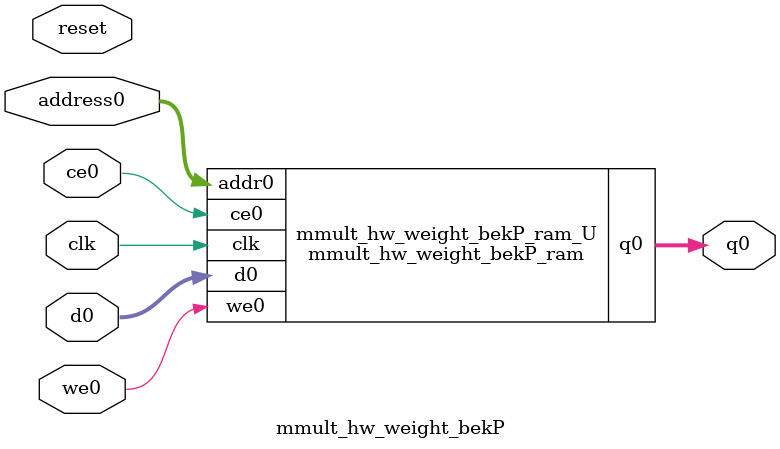
<source format=v>

`timescale 1 ns / 1 ps
module mmult_hw_weight_bekP_ram (addr0, ce0, d0, we0, q0,  clk);

parameter DWIDTH = 8;
parameter AWIDTH = 4;
parameter MEM_SIZE = 10;

input[AWIDTH-1:0] addr0;
input ce0;
input[DWIDTH-1:0] d0;
input we0;
output reg[DWIDTH-1:0] q0;
input clk;

(* ram_style = "distributed" *)reg [DWIDTH-1:0] ram[0:MEM_SIZE-1];




always @(posedge clk)  
begin 
    if (ce0) 
    begin
        if (we0) 
        begin 
            ram[addr0] <= d0; 
            q0 <= d0;
        end 
        else 
            q0 <= ram[addr0];
    end
end


endmodule


`timescale 1 ns / 1 ps
module mmult_hw_weight_bekP(
    reset,
    clk,
    address0,
    ce0,
    we0,
    d0,
    q0);

parameter DataWidth = 32'd8;
parameter AddressRange = 32'd10;
parameter AddressWidth = 32'd4;
input reset;
input clk;
input[AddressWidth - 1:0] address0;
input ce0;
input we0;
input[DataWidth - 1:0] d0;
output[DataWidth - 1:0] q0;



mmult_hw_weight_bekP_ram mmult_hw_weight_bekP_ram_U(
    .clk( clk ),
    .addr0( address0 ),
    .ce0( ce0 ),
    .d0( d0 ),
    .we0( we0 ),
    .q0( q0 ));

endmodule


</source>
